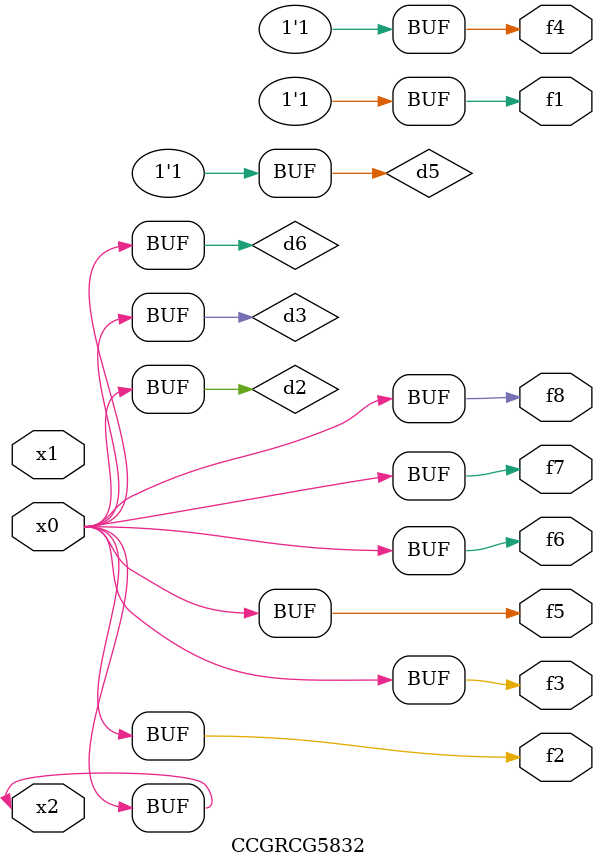
<source format=v>
module CCGRCG5832(
	input x0, x1, x2,
	output f1, f2, f3, f4, f5, f6, f7, f8
);

	wire d1, d2, d3, d4, d5, d6;

	xnor (d1, x2);
	buf (d2, x0, x2);
	and (d3, x0);
	xnor (d4, x1, x2);
	nand (d5, d1, d3);
	buf (d6, d2, d3);
	assign f1 = d5;
	assign f2 = d6;
	assign f3 = d6;
	assign f4 = d5;
	assign f5 = d6;
	assign f6 = d6;
	assign f7 = d6;
	assign f8 = d6;
endmodule

</source>
